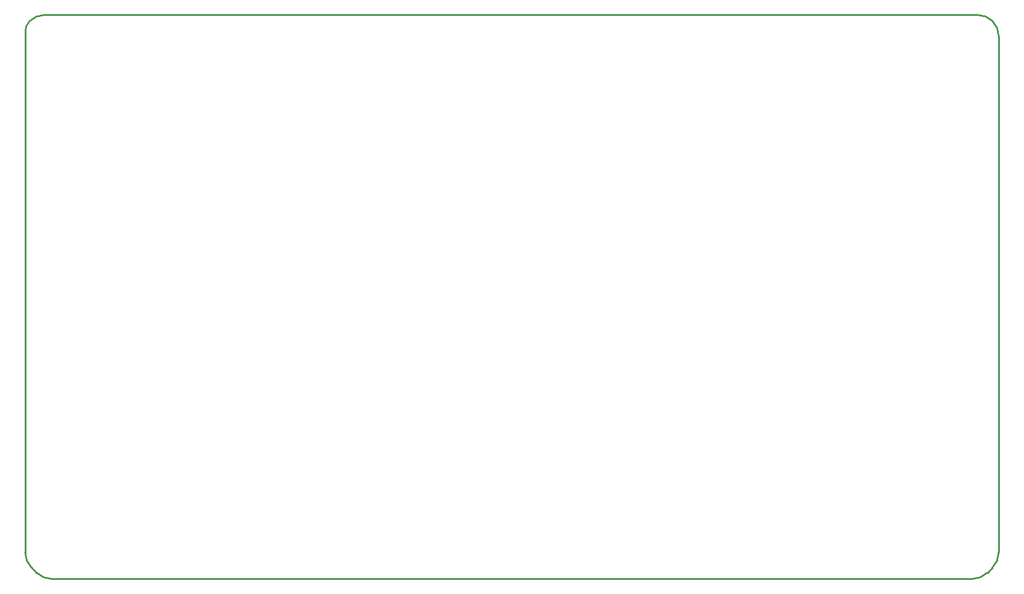
<source format=gko>
G04*
G04 #@! TF.GenerationSoftware,Altium Limited,Altium Designer,21.0.9 (235)*
G04*
G04 Layer_Color=16711935*
%FSLAX44Y44*%
%MOMM*%
G71*
G04*
G04 #@! TF.SameCoordinates,4DC3274F-E9D7-49BC-8B51-1643F64A7915*
G04*
G04*
G04 #@! TF.FilePolarity,Positive*
G04*
G01*
G75*
%ADD12C,0.2540*%
D12*
X68580Y153670D02*
G03*
X77560Y131990I30661J0D01*
G01*
X85000Y124550D02*
G03*
X106680Y115570I21680J21680D01*
G01*
X1432560D02*
G03*
X1454240Y124550I0J30661D01*
G01*
X1461680Y131990D02*
G03*
X1470660Y153670I-21680J21680D01*
G01*
Y897890D02*
G03*
X1461680Y919570I-30661J0D01*
G01*
D02*
G03*
X1440435Y928370I-21244J-21244D01*
G01*
X96520D02*
G03*
X74840Y919390I0J-30661D01*
G01*
D02*
G03*
X68580Y904277I15112J-15112D01*
G01*
Y153670D02*
Y829310D01*
X77560Y131990D02*
X85000Y124550D01*
X106680Y115570D02*
X1432560D01*
X1454240Y124550D02*
X1461680Y131990D01*
X1470660Y153670D02*
Y897890D01*
X96520Y928370D02*
X1440435D01*
X68580Y826770D02*
Y904277D01*
M02*

</source>
